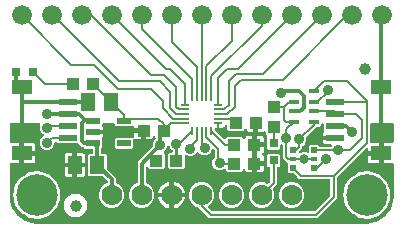
<source format=gbr>
G04 EAGLE Gerber RS-274X export*
G75*
%MOMM*%
%FSLAX34Y34*%
%LPD*%
%INTop Copper*%
%IPPOS*%
%AMOC8*
5,1,8,0,0,1.08239X$1,22.5*%
G01*
%ADD10R,0.700000X0.200000*%
%ADD11R,0.200000X0.700000*%
%ADD12R,1.075000X1.000000*%
%ADD13C,1.676400*%
%ADD14R,0.800000X0.800000*%
%ADD15R,1.000000X1.075000*%
%ADD16C,1.778000*%
%ADD17R,1.240000X1.500000*%
%ADD18R,1.200000X0.550000*%
%ADD19R,0.900000X0.450000*%
%ADD20R,0.500000X0.500000*%
%ADD21R,0.500000X0.400000*%
%ADD22R,1.550000X0.600000*%
%ADD23R,1.800000X1.200000*%
%ADD24C,1.000000*%
%ADD25C,3.516000*%
%ADD26C,0.203200*%
%ADD27C,0.304800*%
%ADD28C,0.889000*%
%ADD29C,0.254000*%
%ADD30C,0.800100*%

G36*
X304844Y1277D02*
X304844Y1277D01*
X304880Y1274D01*
X308297Y1543D01*
X308455Y1578D01*
X308531Y1589D01*
X315031Y3701D01*
X315286Y3826D01*
X315300Y3839D01*
X315314Y3845D01*
X320843Y7863D01*
X321047Y8060D01*
X321056Y8076D01*
X321067Y8087D01*
X325085Y13616D01*
X325218Y13867D01*
X325222Y13886D01*
X325229Y13899D01*
X327341Y20399D01*
X327369Y20559D01*
X327387Y20633D01*
X327656Y24050D01*
X327653Y24095D01*
X327659Y24130D01*
X327659Y51344D01*
X327651Y51402D01*
X327653Y51460D01*
X327631Y51542D01*
X327619Y51626D01*
X327596Y51679D01*
X327581Y51735D01*
X327538Y51808D01*
X327503Y51885D01*
X327465Y51930D01*
X327436Y51980D01*
X327374Y52038D01*
X327320Y52102D01*
X327271Y52134D01*
X327228Y52174D01*
X327153Y52213D01*
X327083Y52260D01*
X327027Y52277D01*
X326975Y52304D01*
X326907Y52315D01*
X326812Y52345D01*
X326712Y52348D01*
X326644Y52359D01*
X319421Y52359D01*
X319421Y59884D01*
X319413Y59942D01*
X319414Y60000D01*
X319393Y60082D01*
X319381Y60165D01*
X319357Y60219D01*
X319343Y60275D01*
X319300Y60348D01*
X319265Y60425D01*
X319227Y60469D01*
X319197Y60520D01*
X319136Y60577D01*
X319081Y60642D01*
X319033Y60674D01*
X318990Y60714D01*
X318915Y60753D01*
X318845Y60799D01*
X318789Y60817D01*
X318737Y60844D01*
X318669Y60855D01*
X318574Y60885D01*
X318474Y60888D01*
X318406Y60899D01*
X317389Y60899D01*
X317389Y60901D01*
X318406Y60901D01*
X318464Y60909D01*
X318522Y60908D01*
X318604Y60929D01*
X318687Y60941D01*
X318741Y60965D01*
X318797Y60979D01*
X318870Y61022D01*
X318947Y61057D01*
X318991Y61095D01*
X319042Y61125D01*
X319099Y61186D01*
X319164Y61241D01*
X319196Y61289D01*
X319236Y61332D01*
X319275Y61407D01*
X319321Y61477D01*
X319339Y61533D01*
X319366Y61585D01*
X319377Y61653D01*
X319407Y61748D01*
X319410Y61848D01*
X319421Y61916D01*
X319421Y69441D01*
X326644Y69441D01*
X326702Y69449D01*
X326760Y69447D01*
X326842Y69469D01*
X326926Y69481D01*
X326979Y69504D01*
X327035Y69519D01*
X327108Y69562D01*
X327185Y69597D01*
X327230Y69635D01*
X327280Y69664D01*
X327338Y69726D01*
X327402Y69780D01*
X327434Y69829D01*
X327474Y69872D01*
X327513Y69947D01*
X327560Y70017D01*
X327577Y70073D01*
X327604Y70125D01*
X327615Y70193D01*
X327645Y70288D01*
X327648Y70388D01*
X327659Y70456D01*
X327659Y85090D01*
X327651Y85148D01*
X327653Y85206D01*
X327631Y85288D01*
X327619Y85371D01*
X327596Y85425D01*
X327581Y85481D01*
X327538Y85554D01*
X327503Y85631D01*
X327465Y85676D01*
X327436Y85726D01*
X327374Y85784D01*
X327320Y85848D01*
X327271Y85880D01*
X327228Y85920D01*
X327153Y85959D01*
X327083Y86005D01*
X327027Y86023D01*
X326975Y86050D01*
X326907Y86061D01*
X326812Y86091D01*
X326712Y86094D01*
X326644Y86105D01*
X308610Y86105D01*
X308552Y86097D01*
X308494Y86099D01*
X308412Y86077D01*
X308328Y86065D01*
X308275Y86041D01*
X308219Y86027D01*
X308146Y85984D01*
X308069Y85949D01*
X308024Y85911D01*
X307974Y85881D01*
X307916Y85820D01*
X307852Y85765D01*
X307820Y85717D01*
X307780Y85674D01*
X307741Y85599D01*
X307694Y85529D01*
X307677Y85473D01*
X307650Y85421D01*
X307639Y85353D01*
X307609Y85258D01*
X307606Y85158D01*
X307595Y85090D01*
X307595Y70456D01*
X307603Y70398D01*
X307601Y70340D01*
X307623Y70258D01*
X307635Y70174D01*
X307658Y70121D01*
X307673Y70065D01*
X307716Y69992D01*
X307751Y69915D01*
X307789Y69870D01*
X307818Y69820D01*
X307880Y69762D01*
X307934Y69698D01*
X307983Y69666D01*
X308026Y69626D01*
X308101Y69587D01*
X308171Y69540D01*
X308227Y69523D01*
X308279Y69496D01*
X308347Y69485D01*
X308442Y69455D01*
X308542Y69452D01*
X308610Y69441D01*
X315359Y69441D01*
X315359Y62931D01*
X305849Y62931D01*
X305849Y64496D01*
X305845Y64525D01*
X305848Y64554D01*
X305825Y64665D01*
X305809Y64777D01*
X305797Y64804D01*
X305792Y64833D01*
X305740Y64933D01*
X305693Y65037D01*
X305674Y65059D01*
X305661Y65085D01*
X305583Y65167D01*
X305510Y65254D01*
X305485Y65270D01*
X305465Y65291D01*
X305367Y65349D01*
X305273Y65411D01*
X305245Y65420D01*
X305220Y65435D01*
X305110Y65463D01*
X305002Y65497D01*
X304972Y65498D01*
X304944Y65505D01*
X304831Y65502D01*
X304718Y65504D01*
X304689Y65497D01*
X304660Y65496D01*
X304552Y65461D01*
X304443Y65433D01*
X304417Y65418D01*
X304389Y65409D01*
X304326Y65363D01*
X304198Y65287D01*
X304155Y65242D01*
X304116Y65214D01*
X279952Y41050D01*
X279900Y40980D01*
X279840Y40916D01*
X279814Y40867D01*
X279781Y40823D01*
X279750Y40741D01*
X279710Y40663D01*
X279702Y40615D01*
X279680Y40557D01*
X279668Y40409D01*
X279655Y40332D01*
X279655Y22972D01*
X262778Y6095D01*
X171562Y6095D01*
X163033Y14625D01*
X163008Y14643D01*
X162988Y14667D01*
X162921Y14709D01*
X162806Y14796D01*
X162745Y14819D01*
X162703Y14845D01*
X159057Y16356D01*
X156056Y19357D01*
X154431Y23278D01*
X154431Y27522D01*
X156056Y31443D01*
X159057Y34444D01*
X162978Y36069D01*
X167222Y36069D01*
X171143Y34444D01*
X174144Y31443D01*
X175769Y27522D01*
X175769Y23278D01*
X174144Y19357D01*
X171129Y16341D01*
X171079Y16311D01*
X170977Y16258D01*
X170957Y16239D01*
X170933Y16225D01*
X170854Y16142D01*
X170771Y16063D01*
X170757Y16039D01*
X170738Y16019D01*
X170685Y15917D01*
X170627Y15817D01*
X170620Y15791D01*
X170608Y15766D01*
X170585Y15653D01*
X170557Y15542D01*
X170558Y15514D01*
X170553Y15487D01*
X170562Y15372D01*
X170566Y15258D01*
X170575Y15231D01*
X170577Y15204D01*
X170618Y15096D01*
X170654Y14987D01*
X170668Y14967D01*
X170679Y14938D01*
X170840Y14726D01*
X170848Y14714D01*
X173580Y11982D01*
X173650Y11930D01*
X173714Y11870D01*
X173763Y11844D01*
X173807Y11811D01*
X173889Y11780D01*
X173967Y11740D01*
X174015Y11732D01*
X174073Y11710D01*
X174221Y11698D01*
X174298Y11685D01*
X260042Y11685D01*
X260128Y11697D01*
X260216Y11700D01*
X260269Y11717D01*
X260323Y11725D01*
X260403Y11760D01*
X260486Y11787D01*
X260526Y11815D01*
X260583Y11841D01*
X260696Y11937D01*
X260760Y11982D01*
X273768Y24990D01*
X273820Y25060D01*
X273880Y25124D01*
X273906Y25173D01*
X273939Y25217D01*
X273970Y25299D01*
X274010Y25377D01*
X274018Y25425D01*
X274040Y25483D01*
X274052Y25631D01*
X274065Y25708D01*
X274065Y38100D01*
X274057Y38158D01*
X274059Y38216D01*
X274037Y38298D01*
X274025Y38382D01*
X274002Y38435D01*
X273987Y38491D01*
X273944Y38564D01*
X273909Y38641D01*
X273871Y38686D01*
X273842Y38736D01*
X273780Y38794D01*
X273726Y38858D01*
X273677Y38890D01*
X273634Y38930D01*
X273559Y38969D01*
X273489Y39016D01*
X273433Y39033D01*
X273381Y39060D01*
X273313Y39071D01*
X273218Y39101D01*
X273118Y39104D01*
X273050Y39115D01*
X247772Y39115D01*
X245838Y41050D01*
X243084Y43804D01*
X243014Y43856D01*
X242950Y43916D01*
X242901Y43942D01*
X242857Y43975D01*
X242775Y44006D01*
X242697Y44046D01*
X242649Y44054D01*
X242591Y44076D01*
X242443Y44088D01*
X242366Y44101D01*
X239223Y44101D01*
X238181Y45143D01*
X238181Y51825D01*
X238189Y51845D01*
X238191Y51874D01*
X238200Y51902D01*
X238203Y52015D01*
X238212Y52128D01*
X238207Y52157D01*
X238207Y52186D01*
X238179Y52296D01*
X238157Y52407D01*
X238143Y52433D01*
X238135Y52461D01*
X238078Y52558D01*
X238026Y52659D01*
X238005Y52680D01*
X237990Y52706D01*
X237908Y52783D01*
X237830Y52865D01*
X237805Y52880D01*
X237783Y52900D01*
X237682Y52952D01*
X237585Y53009D01*
X237556Y53016D01*
X237530Y53030D01*
X237452Y53043D01*
X237309Y53079D01*
X237246Y53077D01*
X237199Y53085D01*
X237035Y53085D01*
X234060Y56060D01*
X234060Y67403D01*
X234060Y67404D01*
X234060Y67406D01*
X234041Y67541D01*
X234020Y67684D01*
X234020Y67686D01*
X234020Y67687D01*
X233963Y67813D01*
X233904Y67944D01*
X233903Y67945D01*
X233903Y67946D01*
X233815Y68049D01*
X233721Y68161D01*
X233719Y68161D01*
X233718Y68163D01*
X233706Y68170D01*
X233484Y68318D01*
X233455Y68327D01*
X233434Y68341D01*
X233243Y68420D01*
X233132Y68448D01*
X233022Y68483D01*
X232994Y68484D01*
X232967Y68491D01*
X232852Y68488D01*
X232738Y68490D01*
X232711Y68483D01*
X232683Y68483D01*
X232574Y68448D01*
X232463Y68419D01*
X232439Y68405D01*
X232412Y68396D01*
X232317Y68332D01*
X232218Y68273D01*
X232199Y68253D01*
X232176Y68238D01*
X232102Y68150D01*
X232024Y68066D01*
X232011Y68041D01*
X231993Y68020D01*
X231947Y67915D01*
X231894Y67813D01*
X231890Y67788D01*
X231878Y67760D01*
X231841Y67496D01*
X231839Y67482D01*
X231839Y64993D01*
X230797Y63951D01*
X221323Y63951D01*
X220281Y64993D01*
X220281Y74478D01*
X220322Y74517D01*
X220364Y74589D01*
X220415Y74657D01*
X220436Y74711D01*
X220465Y74762D01*
X220486Y74844D01*
X220516Y74922D01*
X220521Y74981D01*
X220535Y75037D01*
X220533Y75122D01*
X220540Y75206D01*
X220528Y75263D01*
X220526Y75322D01*
X220501Y75402D01*
X220484Y75484D01*
X220457Y75536D01*
X220439Y75592D01*
X220399Y75648D01*
X220353Y75737D01*
X220284Y75809D01*
X220244Y75865D01*
X219281Y76828D01*
X219281Y78308D01*
X219276Y78347D01*
X219278Y78386D01*
X219256Y78487D01*
X219241Y78590D01*
X219225Y78625D01*
X219217Y78663D01*
X219168Y78754D01*
X219125Y78849D01*
X219100Y78879D01*
X219081Y78913D01*
X219008Y78987D01*
X218942Y79066D01*
X218909Y79088D01*
X218882Y79116D01*
X218791Y79166D01*
X218705Y79224D01*
X218668Y79235D01*
X218634Y79255D01*
X218533Y79278D01*
X218434Y79309D01*
X218395Y79310D01*
X218357Y79319D01*
X218253Y79314D01*
X218150Y79317D01*
X218112Y79307D01*
X218073Y79305D01*
X218000Y79278D01*
X217875Y79245D01*
X217811Y79207D01*
X217758Y79187D01*
X217421Y78992D01*
X216774Y78819D01*
X213096Y78819D01*
X213096Y85090D01*
X213088Y85148D01*
X213089Y85206D01*
X213068Y85288D01*
X213056Y85371D01*
X213032Y85425D01*
X213018Y85481D01*
X212975Y85554D01*
X212940Y85631D01*
X212902Y85676D01*
X212872Y85726D01*
X212811Y85784D01*
X212756Y85848D01*
X212708Y85880D01*
X212665Y85920D01*
X212590Y85959D01*
X212520Y86005D01*
X212464Y86023D01*
X212412Y86050D01*
X212344Y86061D01*
X212249Y86091D01*
X212149Y86094D01*
X212081Y86105D01*
X210049Y86105D01*
X209991Y86097D01*
X209933Y86099D01*
X209851Y86077D01*
X209768Y86065D01*
X209714Y86041D01*
X209658Y86027D01*
X209585Y85984D01*
X209508Y85949D01*
X209463Y85911D01*
X209413Y85881D01*
X209355Y85820D01*
X209291Y85765D01*
X209259Y85717D01*
X209219Y85674D01*
X209180Y85599D01*
X209134Y85529D01*
X209116Y85473D01*
X209089Y85421D01*
X209078Y85353D01*
X209048Y85258D01*
X209045Y85158D01*
X209034Y85090D01*
X209034Y78819D01*
X205356Y78819D01*
X204709Y78992D01*
X204130Y79327D01*
X203657Y79800D01*
X203322Y80379D01*
X203215Y80782D01*
X203211Y80791D01*
X203209Y80800D01*
X203155Y80921D01*
X203103Y81043D01*
X203097Y81051D01*
X203093Y81060D01*
X203008Y81161D01*
X202924Y81264D01*
X202916Y81269D01*
X202909Y81277D01*
X202799Y81350D01*
X202690Y81426D01*
X202681Y81429D01*
X202673Y81434D01*
X202546Y81474D01*
X202421Y81517D01*
X202411Y81517D01*
X202402Y81520D01*
X202269Y81524D01*
X202137Y81529D01*
X202127Y81527D01*
X202118Y81527D01*
X201990Y81494D01*
X201861Y81463D01*
X201852Y81458D01*
X201843Y81456D01*
X201729Y81388D01*
X201613Y81322D01*
X201607Y81315D01*
X201598Y81310D01*
X201507Y81213D01*
X201415Y81119D01*
X201410Y81110D01*
X201404Y81103D01*
X201343Y80984D01*
X201281Y80868D01*
X201279Y80859D01*
X201274Y80850D01*
X201265Y80794D01*
X201231Y80635D01*
X200177Y79581D01*
X187953Y79581D01*
X186911Y80623D01*
X186911Y83577D01*
X186909Y83596D01*
X186911Y83616D01*
X186889Y83737D01*
X186871Y83858D01*
X186863Y83876D01*
X186860Y83896D01*
X186805Y84006D01*
X186755Y84118D01*
X186743Y84133D01*
X186734Y84150D01*
X186651Y84241D01*
X186572Y84335D01*
X186555Y84346D01*
X186542Y84360D01*
X186437Y84424D01*
X186335Y84492D01*
X186316Y84498D01*
X186300Y84509D01*
X186181Y84541D01*
X186064Y84578D01*
X186044Y84579D01*
X186025Y84584D01*
X185903Y84582D01*
X185780Y84585D01*
X185761Y84581D01*
X185741Y84580D01*
X185623Y84545D01*
X185505Y84514D01*
X185488Y84504D01*
X185469Y84498D01*
X185366Y84431D01*
X185260Y84368D01*
X185247Y84354D01*
X185230Y84344D01*
X185184Y84287D01*
X185066Y84161D01*
X185042Y84116D01*
X185017Y84085D01*
X184633Y83420D01*
X184160Y82947D01*
X183581Y82612D01*
X182934Y82439D01*
X180115Y82439D01*
X180115Y85090D01*
X180107Y85148D01*
X180109Y85206D01*
X180087Y85288D01*
X180076Y85371D01*
X180052Y85425D01*
X180037Y85481D01*
X179994Y85554D01*
X179959Y85631D01*
X179922Y85676D01*
X179892Y85726D01*
X179830Y85784D01*
X179776Y85848D01*
X179727Y85880D01*
X179684Y85920D01*
X179609Y85959D01*
X179539Y86005D01*
X179483Y86023D01*
X179431Y86050D01*
X179363Y86061D01*
X179268Y86091D01*
X179168Y86094D01*
X179100Y86105D01*
X179042Y86097D01*
X178984Y86099D01*
X178983Y86099D01*
X178902Y86077D01*
X178818Y86065D01*
X178765Y86041D01*
X178708Y86027D01*
X178636Y85984D01*
X178559Y85949D01*
X178514Y85911D01*
X178464Y85881D01*
X178406Y85820D01*
X178342Y85765D01*
X178310Y85717D01*
X178269Y85674D01*
X178231Y85599D01*
X178184Y85529D01*
X178167Y85473D01*
X178140Y85421D01*
X178129Y85353D01*
X178099Y85258D01*
X178096Y85158D01*
X178085Y85090D01*
X178085Y82439D01*
X177044Y82439D01*
X177015Y82435D01*
X176986Y82438D01*
X176875Y82415D01*
X176763Y82399D01*
X176736Y82387D01*
X176707Y82382D01*
X176607Y82330D01*
X176503Y82283D01*
X176481Y82264D01*
X176455Y82251D01*
X176373Y82173D01*
X176286Y82100D01*
X176270Y82075D01*
X176249Y82055D01*
X176191Y81957D01*
X176129Y81863D01*
X176120Y81835D01*
X176105Y81810D01*
X176077Y81700D01*
X176043Y81592D01*
X176042Y81562D01*
X176035Y81534D01*
X176038Y81421D01*
X176036Y81308D01*
X176043Y81279D01*
X176044Y81250D01*
X176079Y81142D01*
X176107Y81033D01*
X176122Y81007D01*
X176131Y80979D01*
X176177Y80916D01*
X176253Y80788D01*
X176298Y80745D01*
X176326Y80706D01*
X183908Y73124D01*
X183932Y73107D01*
X183951Y73084D01*
X184045Y73021D01*
X184135Y72953D01*
X184163Y72943D01*
X184187Y72927D01*
X184295Y72892D01*
X184401Y72852D01*
X184430Y72850D01*
X184458Y72841D01*
X184572Y72838D01*
X184684Y72829D01*
X184713Y72834D01*
X184742Y72834D01*
X184852Y72862D01*
X184963Y72884D01*
X184989Y72898D01*
X185017Y72905D01*
X185115Y72963D01*
X185215Y73015D01*
X185237Y73036D01*
X185262Y73051D01*
X185339Y73133D01*
X185421Y73211D01*
X185436Y73237D01*
X185456Y73258D01*
X185508Y73359D01*
X185565Y73456D01*
X185572Y73485D01*
X185586Y73511D01*
X185599Y73588D01*
X185616Y73657D01*
X186683Y74724D01*
X198907Y74724D01*
X199965Y73665D01*
X199970Y73635D01*
X199989Y73505D01*
X199993Y73496D01*
X199994Y73486D01*
X200051Y73366D01*
X200105Y73245D01*
X200111Y73238D01*
X200115Y73229D01*
X200203Y73129D01*
X200288Y73028D01*
X200297Y73023D01*
X200303Y73015D01*
X200415Y72944D01*
X200525Y72871D01*
X200534Y72868D01*
X200543Y72862D01*
X200670Y72825D01*
X200796Y72785D01*
X200806Y72785D01*
X200815Y72782D01*
X200948Y72781D01*
X201080Y72778D01*
X201090Y72780D01*
X201100Y72780D01*
X201228Y72816D01*
X201355Y72849D01*
X201364Y72854D01*
X201373Y72857D01*
X201486Y72927D01*
X201600Y72995D01*
X201607Y73002D01*
X201615Y73007D01*
X201703Y73105D01*
X201794Y73202D01*
X201799Y73211D01*
X201805Y73218D01*
X201829Y73269D01*
X201924Y73455D01*
X201930Y73491D01*
X201945Y73523D01*
X202052Y73926D01*
X202387Y74505D01*
X202860Y74978D01*
X203439Y75313D01*
X204086Y75486D01*
X207764Y75486D01*
X207764Y68961D01*
X207772Y68903D01*
X207770Y68845D01*
X207792Y68763D01*
X207804Y68680D01*
X207828Y68626D01*
X207842Y68570D01*
X207885Y68497D01*
X207920Y68420D01*
X207958Y68376D01*
X207988Y68325D01*
X208049Y68268D01*
X208104Y68203D01*
X208152Y68171D01*
X208195Y68131D01*
X208270Y68092D01*
X208340Y68046D01*
X208396Y68028D01*
X208448Y68001D01*
X208516Y67990D01*
X208611Y67960D01*
X208711Y67957D01*
X208779Y67946D01*
X209796Y67946D01*
X209796Y67944D01*
X208779Y67944D01*
X208721Y67936D01*
X208663Y67937D01*
X208581Y67916D01*
X208498Y67904D01*
X208444Y67880D01*
X208388Y67866D01*
X208315Y67823D01*
X208238Y67788D01*
X208193Y67750D01*
X208143Y67720D01*
X208085Y67659D01*
X208021Y67604D01*
X207989Y67556D01*
X207949Y67513D01*
X207910Y67438D01*
X207864Y67368D01*
X207846Y67312D01*
X207819Y67260D01*
X207808Y67192D01*
X207778Y67097D01*
X207775Y66997D01*
X207764Y66929D01*
X207764Y53086D01*
X207772Y53028D01*
X207770Y52970D01*
X207792Y52888D01*
X207804Y52805D01*
X207828Y52751D01*
X207842Y52695D01*
X207885Y52622D01*
X207920Y52545D01*
X207958Y52501D01*
X207988Y52450D01*
X208049Y52393D01*
X208104Y52328D01*
X208152Y52296D01*
X208195Y52256D01*
X208270Y52217D01*
X208340Y52171D01*
X208396Y52153D01*
X208448Y52126D01*
X208516Y52115D01*
X208611Y52085D01*
X208711Y52082D01*
X208779Y52071D01*
X209796Y52071D01*
X209796Y52069D01*
X208779Y52069D01*
X208721Y52061D01*
X208663Y52062D01*
X208581Y52041D01*
X208498Y52029D01*
X208444Y52005D01*
X208388Y51991D01*
X208315Y51948D01*
X208238Y51913D01*
X208193Y51875D01*
X208143Y51845D01*
X208085Y51784D01*
X208021Y51729D01*
X207989Y51681D01*
X207949Y51638D01*
X207910Y51563D01*
X207864Y51493D01*
X207846Y51437D01*
X207819Y51385D01*
X207808Y51317D01*
X207778Y51222D01*
X207775Y51122D01*
X207764Y51054D01*
X207764Y44529D01*
X204086Y44529D01*
X203439Y44702D01*
X202860Y45037D01*
X202387Y45510D01*
X202052Y46089D01*
X201945Y46492D01*
X201941Y46501D01*
X201939Y46510D01*
X201885Y46631D01*
X201833Y46753D01*
X201827Y46761D01*
X201823Y46770D01*
X201738Y46871D01*
X201654Y46974D01*
X201646Y46979D01*
X201639Y46987D01*
X201529Y47060D01*
X201420Y47136D01*
X201411Y47139D01*
X201403Y47144D01*
X201276Y47184D01*
X201151Y47227D01*
X201141Y47227D01*
X201132Y47230D01*
X200999Y47234D01*
X200867Y47239D01*
X200857Y47237D01*
X200848Y47237D01*
X200720Y47204D01*
X200591Y47173D01*
X200582Y47168D01*
X200573Y47166D01*
X200459Y47098D01*
X200343Y47032D01*
X200337Y47025D01*
X200328Y47020D01*
X200237Y46923D01*
X200145Y46829D01*
X200140Y46820D01*
X200134Y46813D01*
X200073Y46694D01*
X200011Y46578D01*
X200009Y46569D01*
X200004Y46560D01*
X199995Y46504D01*
X199961Y46345D01*
X198907Y45291D01*
X186683Y45291D01*
X185641Y46333D01*
X185641Y46754D01*
X185637Y46783D01*
X185640Y46812D01*
X185617Y46923D01*
X185601Y47035D01*
X185589Y47062D01*
X185584Y47091D01*
X185531Y47191D01*
X185485Y47294D01*
X185466Y47317D01*
X185453Y47343D01*
X185375Y47425D01*
X185302Y47511D01*
X185277Y47528D01*
X185257Y47549D01*
X185159Y47606D01*
X185065Y47669D01*
X185037Y47678D01*
X185012Y47693D01*
X184902Y47721D01*
X184794Y47755D01*
X184765Y47756D01*
X184736Y47763D01*
X184623Y47759D01*
X184510Y47762D01*
X184481Y47755D01*
X184452Y47754D01*
X184344Y47719D01*
X184235Y47690D01*
X184209Y47675D01*
X184181Y47666D01*
X184117Y47621D01*
X183990Y47545D01*
X183947Y47499D01*
X183908Y47471D01*
X183865Y47429D01*
X181578Y46481D01*
X179102Y46481D01*
X176814Y47429D01*
X175064Y49179D01*
X174116Y51467D01*
X174116Y53943D01*
X175064Y56231D01*
X176168Y57335D01*
X176220Y57404D01*
X176280Y57468D01*
X176306Y57518D01*
X176339Y57562D01*
X176370Y57643D01*
X176410Y57721D01*
X176418Y57769D01*
X176440Y57827D01*
X176451Y57955D01*
X176451Y57957D01*
X176452Y57966D01*
X176452Y57975D01*
X176465Y58052D01*
X176465Y63162D01*
X176453Y63248D01*
X176450Y63336D01*
X176433Y63389D01*
X176425Y63443D01*
X176390Y63523D01*
X176363Y63606D01*
X176335Y63646D01*
X176309Y63703D01*
X176218Y63810D01*
X176202Y63837D01*
X176191Y63848D01*
X176168Y63880D01*
X175529Y64519D01*
X175437Y64588D01*
X175349Y64662D01*
X175324Y64673D01*
X175302Y64690D01*
X175195Y64730D01*
X175089Y64777D01*
X175062Y64781D01*
X175036Y64791D01*
X174922Y64800D01*
X174808Y64816D01*
X174780Y64812D01*
X174753Y64814D01*
X174640Y64792D01*
X174526Y64775D01*
X174501Y64764D01*
X174474Y64759D01*
X174372Y64706D01*
X174267Y64658D01*
X174246Y64640D01*
X174222Y64628D01*
X174138Y64549D01*
X174051Y64474D01*
X174038Y64453D01*
X174016Y64432D01*
X173881Y64202D01*
X173873Y64189D01*
X172916Y61880D01*
X171166Y60129D01*
X168878Y59181D01*
X166402Y59181D01*
X164115Y60129D01*
X162466Y61778D01*
X162374Y61847D01*
X162286Y61921D01*
X162261Y61932D01*
X162238Y61949D01*
X162131Y61990D01*
X162026Y62036D01*
X161999Y62040D01*
X161973Y62050D01*
X161858Y62059D01*
X161744Y62075D01*
X161717Y62071D01*
X161689Y62073D01*
X161577Y62051D01*
X161463Y62034D01*
X161438Y62023D01*
X161411Y62018D01*
X161309Y61965D01*
X161204Y61917D01*
X161183Y61899D01*
X161158Y61887D01*
X161075Y61808D01*
X160988Y61733D01*
X160974Y61712D01*
X160952Y61691D01*
X160818Y61461D01*
X160810Y61448D01*
X160725Y61244D01*
X158975Y59494D01*
X156687Y58546D01*
X154211Y58546D01*
X152313Y59333D01*
X152201Y59361D01*
X152092Y59396D01*
X152064Y59397D01*
X152037Y59404D01*
X151923Y59400D01*
X151808Y59403D01*
X151781Y59396D01*
X151753Y59395D01*
X151644Y59360D01*
X151533Y59331D01*
X151509Y59317D01*
X151482Y59309D01*
X151387Y59245D01*
X151288Y59186D01*
X151269Y59166D01*
X151246Y59151D01*
X151172Y59063D01*
X151094Y58979D01*
X151081Y58954D01*
X151063Y58933D01*
X151017Y58828D01*
X150964Y58726D01*
X150960Y58701D01*
X150948Y58673D01*
X150911Y58409D01*
X150909Y58395D01*
X150909Y48873D01*
X149867Y47831D01*
X137643Y47831D01*
X136601Y48873D01*
X136601Y60347D01*
X137643Y61389D01*
X139701Y61389D01*
X139759Y61397D01*
X139817Y61395D01*
X139899Y61417D01*
X139983Y61429D01*
X140036Y61452D01*
X140092Y61467D01*
X140165Y61510D01*
X140242Y61545D01*
X140287Y61583D01*
X140337Y61612D01*
X140395Y61674D01*
X140459Y61728D01*
X140491Y61777D01*
X140531Y61820D01*
X140570Y61895D01*
X140617Y61965D01*
X140634Y62021D01*
X140661Y62073D01*
X140672Y62141D01*
X140702Y62236D01*
X140705Y62336D01*
X140716Y62404D01*
X140716Y62683D01*
X140716Y62685D01*
X140716Y62687D01*
X140696Y62826D01*
X140676Y62964D01*
X140676Y62966D01*
X140675Y62968D01*
X140618Y63095D01*
X140560Y63224D01*
X140559Y63225D01*
X140558Y63227D01*
X140466Y63335D01*
X140377Y63441D01*
X140375Y63442D01*
X140374Y63443D01*
X140359Y63453D01*
X140319Y63479D01*
X138489Y65310D01*
X137962Y66581D01*
X137918Y66655D01*
X137883Y66734D01*
X137846Y66777D01*
X137817Y66826D01*
X137755Y66885D01*
X137699Y66951D01*
X137652Y66982D01*
X137611Y67021D01*
X137534Y67061D01*
X137463Y67108D01*
X137409Y67126D01*
X137358Y67152D01*
X137274Y67168D01*
X137192Y67194D01*
X137135Y67196D01*
X137079Y67207D01*
X136994Y67199D01*
X136908Y67201D01*
X136853Y67187D01*
X136796Y67182D01*
X136715Y67151D01*
X136633Y67130D01*
X136584Y67101D01*
X136531Y67080D01*
X136462Y67028D01*
X136388Y66984D01*
X136349Y66943D01*
X136304Y66909D01*
X136252Y66840D01*
X136194Y66777D01*
X136168Y66726D01*
X136134Y66681D01*
X136103Y66601D01*
X136064Y66524D01*
X136056Y66475D01*
X136033Y66415D01*
X136029Y66367D01*
X135061Y64030D01*
X133361Y62330D01*
X133326Y62283D01*
X133284Y62243D01*
X133241Y62170D01*
X133191Y62103D01*
X133170Y62048D01*
X133140Y61998D01*
X133119Y61916D01*
X133089Y61837D01*
X133085Y61779D01*
X133070Y61722D01*
X133073Y61638D01*
X133066Y61554D01*
X133077Y61496D01*
X133079Y61438D01*
X133105Y61358D01*
X133122Y61275D01*
X133149Y61223D01*
X133167Y61167D01*
X133207Y61111D01*
X133253Y61023D01*
X133321Y60950D01*
X133361Y60894D01*
X133909Y60347D01*
X133909Y48873D01*
X132867Y47831D01*
X120643Y47831D01*
X119336Y49139D01*
X119312Y49156D01*
X119293Y49179D01*
X119199Y49241D01*
X119109Y49310D01*
X119081Y49320D01*
X119057Y49336D01*
X118949Y49370D01*
X118843Y49411D01*
X118814Y49413D01*
X118786Y49422D01*
X118672Y49425D01*
X118560Y49434D01*
X118531Y49429D01*
X118502Y49429D01*
X118392Y49401D01*
X118281Y49378D01*
X118255Y49365D01*
X118227Y49357D01*
X118129Y49300D01*
X118029Y49247D01*
X118007Y49227D01*
X117982Y49212D01*
X117905Y49130D01*
X117823Y49052D01*
X117808Y49026D01*
X117788Y49005D01*
X117736Y48904D01*
X117679Y48806D01*
X117672Y48778D01*
X117658Y48752D01*
X117645Y48674D01*
X117609Y48531D01*
X117611Y48468D01*
X117603Y48421D01*
X117603Y36258D01*
X117603Y36257D01*
X117603Y36255D01*
X117624Y36109D01*
X117643Y35977D01*
X117643Y35975D01*
X117643Y35974D01*
X117700Y35848D01*
X117759Y35717D01*
X117760Y35716D01*
X117761Y35715D01*
X117852Y35607D01*
X117942Y35500D01*
X117944Y35499D01*
X117945Y35498D01*
X117958Y35490D01*
X118179Y35343D01*
X118208Y35333D01*
X118229Y35320D01*
X120343Y34444D01*
X123344Y31443D01*
X124969Y27522D01*
X124969Y23278D01*
X123344Y19357D01*
X120343Y16356D01*
X116422Y14731D01*
X112178Y14731D01*
X108257Y16356D01*
X105256Y19357D01*
X103631Y23278D01*
X103631Y27522D01*
X105256Y31443D01*
X108257Y34444D01*
X110371Y35320D01*
X110372Y35321D01*
X110373Y35321D01*
X110492Y35392D01*
X110615Y35465D01*
X110616Y35466D01*
X110618Y35467D01*
X110715Y35571D01*
X110811Y35671D01*
X110811Y35673D01*
X110812Y35674D01*
X110877Y35800D01*
X110941Y35924D01*
X110941Y35926D01*
X110942Y35927D01*
X110944Y35942D01*
X110996Y36203D01*
X110993Y36233D01*
X110997Y36258D01*
X110997Y53438D01*
X113229Y55670D01*
X119897Y62338D01*
X123264Y65705D01*
X123316Y65774D01*
X123376Y65838D01*
X123402Y65888D01*
X123435Y65932D01*
X123466Y66014D01*
X123506Y66092D01*
X123514Y66139D01*
X123536Y66198D01*
X123548Y66345D01*
X123561Y66423D01*
X123561Y68793D01*
X124509Y71080D01*
X126036Y72608D01*
X126071Y72654D01*
X126114Y72695D01*
X126156Y72767D01*
X126207Y72835D01*
X126228Y72889D01*
X126257Y72940D01*
X126278Y73022D01*
X126308Y73101D01*
X126313Y73159D01*
X126327Y73216D01*
X126325Y73300D01*
X126332Y73384D01*
X126320Y73441D01*
X126318Y73500D01*
X126292Y73580D01*
X126276Y73663D01*
X126249Y73714D01*
X126231Y73770D01*
X126191Y73826D01*
X126145Y73915D01*
X126094Y73968D01*
X126082Y73989D01*
X126060Y74009D01*
X126036Y74043D01*
X125790Y74290D01*
X125785Y74320D01*
X125766Y74450D01*
X125762Y74459D01*
X125761Y74469D01*
X125704Y74589D01*
X125650Y74710D01*
X125644Y74717D01*
X125640Y74726D01*
X125552Y74825D01*
X125467Y74927D01*
X125458Y74932D01*
X125452Y74940D01*
X125340Y75011D01*
X125230Y75084D01*
X125221Y75087D01*
X125212Y75093D01*
X125085Y75130D01*
X124959Y75170D01*
X124949Y75170D01*
X124940Y75173D01*
X124807Y75174D01*
X124675Y75177D01*
X124665Y75175D01*
X124655Y75175D01*
X124527Y75139D01*
X124400Y75106D01*
X124391Y75101D01*
X124382Y75098D01*
X124269Y75028D01*
X124155Y74960D01*
X124148Y74953D01*
X124140Y74948D01*
X124052Y74850D01*
X123961Y74753D01*
X123956Y74744D01*
X123950Y74737D01*
X123926Y74686D01*
X123831Y74500D01*
X123825Y74464D01*
X123810Y74432D01*
X123703Y74029D01*
X123368Y73450D01*
X122895Y72977D01*
X122316Y72642D01*
X121669Y72469D01*
X117991Y72469D01*
X117991Y78994D01*
X117983Y79052D01*
X117984Y79110D01*
X117963Y79192D01*
X117951Y79275D01*
X117927Y79329D01*
X117913Y79385D01*
X117870Y79458D01*
X117835Y79535D01*
X117797Y79579D01*
X117767Y79630D01*
X117706Y79687D01*
X117651Y79752D01*
X117603Y79784D01*
X117560Y79824D01*
X117485Y79863D01*
X117415Y79909D01*
X117359Y79927D01*
X117307Y79954D01*
X117239Y79965D01*
X117144Y79995D01*
X117044Y79998D01*
X116976Y80009D01*
X115959Y80009D01*
X115959Y81026D01*
X115951Y81084D01*
X115952Y81142D01*
X115931Y81224D01*
X115919Y81307D01*
X115895Y81361D01*
X115881Y81417D01*
X115838Y81490D01*
X115803Y81567D01*
X115765Y81611D01*
X115735Y81662D01*
X115674Y81719D01*
X115619Y81784D01*
X115571Y81816D01*
X115528Y81856D01*
X115453Y81895D01*
X115383Y81941D01*
X115327Y81959D01*
X115275Y81986D01*
X115207Y81997D01*
X115112Y82027D01*
X115012Y82030D01*
X114944Y82041D01*
X108044Y82041D01*
X108044Y83207D01*
X108040Y83236D01*
X108043Y83265D01*
X108020Y83376D01*
X108004Y83488D01*
X107992Y83515D01*
X107987Y83544D01*
X107934Y83644D01*
X107888Y83748D01*
X107869Y83770D01*
X107856Y83796D01*
X107778Y83878D01*
X107705Y83965D01*
X107680Y83981D01*
X107660Y84002D01*
X107562Y84059D01*
X107468Y84122D01*
X107440Y84131D01*
X107415Y84146D01*
X107305Y84174D01*
X107197Y84208D01*
X107167Y84209D01*
X107139Y84216D01*
X107026Y84212D01*
X106913Y84215D01*
X106884Y84208D01*
X106855Y84207D01*
X106747Y84172D01*
X106638Y84143D01*
X106612Y84129D01*
X106584Y84119D01*
X106520Y84074D01*
X106393Y83998D01*
X106350Y83953D01*
X106311Y83925D01*
X106098Y83711D01*
X92624Y83711D01*
X91582Y84753D01*
X91582Y85090D01*
X91574Y85148D01*
X91576Y85206D01*
X91554Y85288D01*
X91542Y85371D01*
X91519Y85425D01*
X91504Y85481D01*
X91461Y85554D01*
X91426Y85631D01*
X91388Y85676D01*
X91359Y85726D01*
X91297Y85784D01*
X91243Y85848D01*
X91194Y85880D01*
X91151Y85920D01*
X91076Y85959D01*
X91006Y86005D01*
X90950Y86023D01*
X90898Y86050D01*
X90830Y86061D01*
X90735Y86091D01*
X90635Y86094D01*
X90567Y86105D01*
X82153Y86105D01*
X82095Y86097D01*
X82037Y86099D01*
X81955Y86077D01*
X81871Y86065D01*
X81818Y86041D01*
X81762Y86027D01*
X81689Y85984D01*
X81612Y85949D01*
X81567Y85911D01*
X81517Y85881D01*
X81459Y85820D01*
X81395Y85765D01*
X81363Y85717D01*
X81323Y85674D01*
X81284Y85599D01*
X81237Y85529D01*
X81220Y85473D01*
X81193Y85421D01*
X81182Y85353D01*
X81152Y85258D01*
X81149Y85158D01*
X81138Y85090D01*
X81138Y84753D01*
X81131Y84747D01*
X81096Y84700D01*
X81054Y84660D01*
X81011Y84587D01*
X80960Y84520D01*
X80940Y84465D01*
X80910Y84414D01*
X80889Y84333D01*
X80859Y84254D01*
X80854Y84196D01*
X80840Y84139D01*
X80842Y84055D01*
X80835Y83971D01*
X80847Y83913D01*
X80849Y83855D01*
X80875Y83774D01*
X80891Y83692D01*
X80918Y83640D01*
X80936Y83584D01*
X80976Y83528D01*
X81022Y83440D01*
X81091Y83367D01*
X81131Y83311D01*
X81392Y83050D01*
X81727Y82471D01*
X81900Y81824D01*
X81900Y80114D01*
X73718Y80114D01*
X73660Y80106D01*
X73602Y80108D01*
X73520Y80086D01*
X73437Y80074D01*
X73383Y80051D01*
X73327Y80036D01*
X73254Y79993D01*
X73177Y79958D01*
X73133Y79920D01*
X73082Y79891D01*
X73025Y79829D01*
X72960Y79775D01*
X72928Y79726D01*
X72888Y79683D01*
X72849Y79608D01*
X72803Y79538D01*
X72785Y79482D01*
X72758Y79430D01*
X72747Y79362D01*
X72717Y79267D01*
X72714Y79167D01*
X72703Y79099D01*
X72703Y78381D01*
X72710Y78331D01*
X72710Y78313D01*
X72711Y78309D01*
X72710Y78265D01*
X72731Y78183D01*
X72743Y78099D01*
X72767Y78046D01*
X72781Y77990D01*
X72825Y77917D01*
X72859Y77840D01*
X72897Y77795D01*
X72927Y77745D01*
X72988Y77687D01*
X73043Y77623D01*
X73091Y77591D01*
X73134Y77551D01*
X73209Y77512D01*
X73279Y77465D01*
X73335Y77448D01*
X73387Y77421D01*
X73455Y77410D01*
X73550Y77380D01*
X73650Y77377D01*
X73718Y77366D01*
X81900Y77366D01*
X81900Y75656D01*
X81727Y75009D01*
X81392Y74430D01*
X81131Y74169D01*
X81096Y74122D01*
X81054Y74082D01*
X81011Y74009D01*
X80960Y73942D01*
X80939Y73887D01*
X80910Y73837D01*
X80889Y73755D01*
X80859Y73676D01*
X80854Y73618D01*
X80840Y73561D01*
X80842Y73477D01*
X80835Y73393D01*
X80847Y73336D01*
X80849Y73277D01*
X80875Y73197D01*
X80891Y73114D01*
X80918Y73062D01*
X80936Y73007D01*
X80976Y72950D01*
X81022Y72862D01*
X81091Y72790D01*
X81131Y72733D01*
X81138Y72727D01*
X81138Y65753D01*
X80410Y65026D01*
X80358Y64956D01*
X80298Y64892D01*
X80272Y64842D01*
X80239Y64798D01*
X80208Y64717D01*
X80168Y64639D01*
X80160Y64591D01*
X80138Y64533D01*
X80126Y64385D01*
X80113Y64308D01*
X80113Y61094D01*
X80121Y61036D01*
X80119Y60978D01*
X80141Y60896D01*
X80153Y60812D01*
X80176Y60759D01*
X80191Y60703D01*
X80234Y60630D01*
X80269Y60553D01*
X80307Y60508D01*
X80336Y60458D01*
X80398Y60400D01*
X80452Y60336D01*
X80501Y60304D01*
X80544Y60264D01*
X80619Y60225D01*
X80689Y60178D01*
X80745Y60161D01*
X80797Y60134D01*
X80865Y60123D01*
X80960Y60093D01*
X81060Y60090D01*
X81128Y60079D01*
X83747Y60079D01*
X84789Y59037D01*
X84789Y47913D01*
X84796Y47864D01*
X84795Y47856D01*
X84798Y47845D01*
X84801Y47826D01*
X84804Y47739D01*
X84821Y47686D01*
X84829Y47631D01*
X84864Y47551D01*
X84891Y47468D01*
X84919Y47429D01*
X84945Y47372D01*
X85041Y47258D01*
X85086Y47195D01*
X92203Y40078D01*
X92203Y36258D01*
X92203Y36257D01*
X92203Y36255D01*
X92224Y36109D01*
X92243Y35977D01*
X92243Y35975D01*
X92243Y35974D01*
X92300Y35848D01*
X92359Y35717D01*
X92360Y35716D01*
X92361Y35715D01*
X92452Y35607D01*
X92542Y35500D01*
X92544Y35499D01*
X92545Y35498D01*
X92558Y35490D01*
X92779Y35343D01*
X92808Y35333D01*
X92829Y35320D01*
X94943Y34444D01*
X97944Y31443D01*
X99569Y27522D01*
X99569Y23278D01*
X97944Y19357D01*
X94943Y16356D01*
X91022Y14731D01*
X86778Y14731D01*
X82857Y16356D01*
X79856Y19357D01*
X78231Y23278D01*
X78231Y27522D01*
X79856Y31443D01*
X82857Y34444D01*
X84971Y35320D01*
X84972Y35321D01*
X84973Y35321D01*
X85092Y35392D01*
X85215Y35465D01*
X85216Y35466D01*
X85218Y35467D01*
X85315Y35571D01*
X85411Y35671D01*
X85411Y35673D01*
X85412Y35674D01*
X85477Y35800D01*
X85541Y35924D01*
X85541Y35926D01*
X85542Y35927D01*
X85544Y35942D01*
X85596Y36203D01*
X85593Y36233D01*
X85597Y36258D01*
X85597Y36921D01*
X85585Y37008D01*
X85582Y37095D01*
X85565Y37148D01*
X85557Y37203D01*
X85522Y37283D01*
X85495Y37366D01*
X85467Y37405D01*
X85441Y37462D01*
X85345Y37575D01*
X85300Y37639D01*
X81715Y41224D01*
X81645Y41276D01*
X81582Y41336D01*
X81532Y41362D01*
X81488Y41395D01*
X81406Y41426D01*
X81329Y41466D01*
X81281Y41474D01*
X81222Y41496D01*
X81075Y41508D01*
X80997Y41521D01*
X69873Y41521D01*
X68831Y42563D01*
X68831Y59037D01*
X69873Y60079D01*
X72492Y60079D01*
X72550Y60087D01*
X72608Y60085D01*
X72690Y60107D01*
X72774Y60119D01*
X72827Y60142D01*
X72883Y60157D01*
X72956Y60200D01*
X73033Y60235D01*
X73078Y60273D01*
X73128Y60302D01*
X73186Y60364D01*
X73250Y60418D01*
X73282Y60467D01*
X73322Y60510D01*
X73361Y60585D01*
X73408Y60655D01*
X73425Y60711D01*
X73452Y60763D01*
X73463Y60831D01*
X73493Y60926D01*
X73496Y61026D01*
X73507Y61094D01*
X73507Y63696D01*
X73499Y63754D01*
X73501Y63812D01*
X73479Y63894D01*
X73467Y63978D01*
X73444Y64031D01*
X73429Y64087D01*
X73386Y64160D01*
X73351Y64237D01*
X73313Y64282D01*
X73284Y64332D01*
X73222Y64390D01*
X73168Y64454D01*
X73119Y64486D01*
X73076Y64526D01*
X73001Y64565D01*
X72931Y64612D01*
X72875Y64629D01*
X72823Y64656D01*
X72755Y64667D01*
X72660Y64697D01*
X72560Y64700D01*
X72492Y64711D01*
X66622Y64711D01*
X65694Y65640D01*
X65624Y65692D01*
X65560Y65752D01*
X65510Y65778D01*
X65466Y65811D01*
X65385Y65842D01*
X65307Y65882D01*
X65259Y65890D01*
X65201Y65912D01*
X65053Y65924D01*
X64976Y65937D01*
X64012Y65937D01*
X61125Y68824D01*
X61056Y68876D01*
X60992Y68936D01*
X60942Y68962D01*
X60898Y68995D01*
X60816Y69026D01*
X60738Y69066D01*
X60691Y69074D01*
X60632Y69096D01*
X60485Y69108D01*
X60407Y69121D01*
X43323Y69121D01*
X42247Y70198D01*
X42223Y70215D01*
X42204Y70238D01*
X42110Y70300D01*
X42020Y70369D01*
X41992Y70379D01*
X41968Y70395D01*
X41860Y70429D01*
X41754Y70470D01*
X41725Y70472D01*
X41697Y70481D01*
X41583Y70484D01*
X41471Y70493D01*
X41442Y70488D01*
X41413Y70488D01*
X41303Y70460D01*
X41192Y70437D01*
X41166Y70424D01*
X41138Y70416D01*
X41040Y70359D01*
X40940Y70306D01*
X40918Y70286D01*
X40893Y70271D01*
X40816Y70189D01*
X40734Y70111D01*
X40719Y70085D01*
X40699Y70064D01*
X40647Y69963D01*
X40590Y69865D01*
X40583Y69837D01*
X40569Y69811D01*
X40556Y69733D01*
X40520Y69590D01*
X40522Y69527D01*
X40514Y69480D01*
X40514Y68612D01*
X39566Y66324D01*
X37816Y64574D01*
X35528Y63626D01*
X33052Y63626D01*
X30764Y64574D01*
X29014Y66324D01*
X28066Y68612D01*
X28066Y71088D01*
X29014Y73376D01*
X30765Y75126D01*
X31092Y75262D01*
X31118Y75277D01*
X31146Y75286D01*
X31240Y75349D01*
X31337Y75407D01*
X31357Y75428D01*
X31382Y75444D01*
X31455Y75531D01*
X31532Y75613D01*
X31546Y75639D01*
X31565Y75662D01*
X31611Y75765D01*
X31663Y75866D01*
X31668Y75895D01*
X31680Y75922D01*
X31696Y76034D01*
X31718Y76145D01*
X31715Y76174D01*
X31719Y76203D01*
X31703Y76316D01*
X31693Y76428D01*
X31683Y76455D01*
X31678Y76485D01*
X31632Y76588D01*
X31591Y76693D01*
X31573Y76717D01*
X31561Y76744D01*
X31488Y76830D01*
X31420Y76920D01*
X31396Y76938D01*
X31377Y76960D01*
X31311Y77002D01*
X31192Y77090D01*
X31133Y77112D01*
X31092Y77138D01*
X30764Y77274D01*
X29014Y79024D01*
X28066Y81312D01*
X28066Y83788D01*
X28445Y84701D01*
X28473Y84813D01*
X28508Y84922D01*
X28509Y84950D01*
X28516Y84977D01*
X28512Y85091D01*
X28515Y85206D01*
X28508Y85233D01*
X28507Y85261D01*
X28472Y85370D01*
X28443Y85481D01*
X28429Y85505D01*
X28421Y85532D01*
X28357Y85627D01*
X28298Y85726D01*
X28278Y85745D01*
X28263Y85768D01*
X28175Y85842D01*
X28091Y85920D01*
X28066Y85933D01*
X28045Y85951D01*
X27940Y85997D01*
X27838Y86050D01*
X27813Y86054D01*
X27785Y86066D01*
X27521Y86103D01*
X27507Y86105D01*
X3556Y86105D01*
X3498Y86097D01*
X3440Y86099D01*
X3358Y86077D01*
X3274Y86065D01*
X3221Y86042D01*
X3165Y86027D01*
X3092Y85984D01*
X3015Y85949D01*
X2970Y85911D01*
X2920Y85882D01*
X2862Y85820D01*
X2798Y85766D01*
X2766Y85717D01*
X2726Y85674D01*
X2687Y85599D01*
X2640Y85529D01*
X2623Y85473D01*
X2596Y85421D01*
X2585Y85353D01*
X2555Y85258D01*
X2552Y85158D01*
X2541Y85090D01*
X2541Y70456D01*
X2549Y70398D01*
X2547Y70340D01*
X2569Y70258D01*
X2581Y70174D01*
X2604Y70121D01*
X2619Y70065D01*
X2662Y69992D01*
X2697Y69915D01*
X2735Y69870D01*
X2764Y69820D01*
X2826Y69762D01*
X2880Y69698D01*
X2929Y69666D01*
X2972Y69626D01*
X3047Y69587D01*
X3117Y69540D01*
X3173Y69523D01*
X3225Y69496D01*
X3293Y69485D01*
X3388Y69455D01*
X3488Y69452D01*
X3556Y69441D01*
X10779Y69441D01*
X10779Y61916D01*
X10787Y61858D01*
X10785Y61800D01*
X10807Y61718D01*
X10819Y61635D01*
X10843Y61581D01*
X10857Y61525D01*
X10900Y61452D01*
X10935Y61375D01*
X10973Y61331D01*
X11003Y61280D01*
X11064Y61223D01*
X11119Y61158D01*
X11167Y61126D01*
X11210Y61086D01*
X11285Y61047D01*
X11355Y61001D01*
X11411Y60983D01*
X11463Y60956D01*
X11531Y60945D01*
X11626Y60915D01*
X11726Y60912D01*
X11794Y60901D01*
X12811Y60901D01*
X12811Y60899D01*
X11794Y60899D01*
X11736Y60891D01*
X11678Y60892D01*
X11596Y60871D01*
X11513Y60859D01*
X11459Y60835D01*
X11403Y60821D01*
X11330Y60778D01*
X11253Y60743D01*
X11208Y60705D01*
X11158Y60675D01*
X11100Y60614D01*
X11036Y60559D01*
X11004Y60511D01*
X10964Y60468D01*
X10925Y60393D01*
X10879Y60323D01*
X10861Y60267D01*
X10834Y60215D01*
X10823Y60147D01*
X10793Y60052D01*
X10790Y59952D01*
X10779Y59884D01*
X10779Y52359D01*
X3556Y52359D01*
X3498Y52351D01*
X3440Y52353D01*
X3358Y52331D01*
X3274Y52319D01*
X3221Y52296D01*
X3165Y52281D01*
X3092Y52238D01*
X3015Y52203D01*
X2970Y52165D01*
X2920Y52136D01*
X2862Y52074D01*
X2798Y52020D01*
X2766Y51971D01*
X2726Y51928D01*
X2687Y51853D01*
X2641Y51783D01*
X2623Y51727D01*
X2596Y51675D01*
X2585Y51607D01*
X2555Y51512D01*
X2552Y51412D01*
X2541Y51344D01*
X2541Y24130D01*
X2547Y24086D01*
X2544Y24050D01*
X2813Y20633D01*
X2848Y20475D01*
X2859Y20399D01*
X4971Y13899D01*
X5096Y13644D01*
X5109Y13630D01*
X5115Y13616D01*
X9133Y8087D01*
X9330Y7883D01*
X9346Y7874D01*
X9357Y7863D01*
X14886Y3845D01*
X15137Y3712D01*
X15156Y3708D01*
X15169Y3701D01*
X21669Y1589D01*
X21829Y1561D01*
X21903Y1543D01*
X25320Y1274D01*
X25365Y1277D01*
X25400Y1271D01*
X304800Y1271D01*
X304844Y1277D01*
G37*
%LPC*%
G36*
X298577Y6248D02*
X298577Y6248D01*
X293876Y8962D01*
X293805Y8990D01*
X293767Y9014D01*
X293725Y9049D01*
X291325Y10435D01*
X288547Y14257D01*
X288482Y14325D01*
X288444Y14379D01*
X288383Y14440D01*
X288311Y14561D01*
X288277Y14629D01*
X286403Y17209D01*
X285541Y21264D01*
X285503Y21369D01*
X285486Y21441D01*
X285441Y21549D01*
X285441Y21627D01*
X285434Y21677D01*
X285435Y21692D01*
X285429Y21713D01*
X285422Y21760D01*
X285419Y21838D01*
X284662Y25400D01*
X285419Y28962D01*
X285428Y29096D01*
X285441Y29173D01*
X285441Y29251D01*
X285486Y29359D01*
X285514Y29468D01*
X285541Y29536D01*
X286403Y33591D01*
X288277Y36171D01*
X288353Y36314D01*
X288367Y36336D01*
X288384Y36361D01*
X288444Y36421D01*
X288500Y36496D01*
X288547Y36543D01*
X291325Y40365D01*
X293725Y41751D01*
X293775Y41790D01*
X293823Y41818D01*
X293876Y41838D01*
X298577Y44552D01*
X306905Y45428D01*
X314869Y42840D01*
X321092Y37237D01*
X324498Y29587D01*
X324498Y21213D01*
X321092Y13563D01*
X314869Y7960D01*
X306905Y5372D01*
X298577Y6248D01*
G37*
%LPD*%
%LPC*%
G36*
X19177Y6248D02*
X19177Y6248D01*
X14476Y8962D01*
X14405Y8990D01*
X14367Y9014D01*
X14325Y9049D01*
X11925Y10435D01*
X9147Y14257D01*
X9082Y14325D01*
X9044Y14379D01*
X8983Y14440D01*
X8911Y14561D01*
X8877Y14629D01*
X7003Y17209D01*
X6141Y21264D01*
X6103Y21369D01*
X6086Y21441D01*
X6041Y21549D01*
X6041Y21627D01*
X6034Y21677D01*
X6035Y21692D01*
X6029Y21713D01*
X6022Y21760D01*
X6019Y21838D01*
X5262Y25400D01*
X6019Y28962D01*
X6028Y29096D01*
X6041Y29173D01*
X6041Y29251D01*
X6086Y29359D01*
X6114Y29468D01*
X6141Y29536D01*
X7003Y33591D01*
X8877Y36171D01*
X8953Y36314D01*
X8967Y36336D01*
X8984Y36361D01*
X9044Y36421D01*
X9100Y36496D01*
X9147Y36543D01*
X11925Y40365D01*
X14325Y41751D01*
X14375Y41790D01*
X14423Y41818D01*
X14476Y41838D01*
X19177Y44552D01*
X27505Y45428D01*
X35469Y42840D01*
X41692Y37237D01*
X45098Y29587D01*
X45098Y21213D01*
X41692Y13563D01*
X35469Y7960D01*
X27505Y5372D01*
X19177Y6248D01*
G37*
%LPD*%
%LPC*%
G36*
X213778Y14731D02*
X213778Y14731D01*
X209857Y16356D01*
X206856Y19357D01*
X205231Y23278D01*
X205231Y27522D01*
X206856Y31443D01*
X209857Y34444D01*
X213778Y36069D01*
X218022Y36069D01*
X220644Y34983D01*
X220646Y34982D01*
X220647Y34982D01*
X220780Y34948D01*
X220919Y34912D01*
X220921Y34912D01*
X220922Y34911D01*
X221063Y34916D01*
X221203Y34920D01*
X221205Y34920D01*
X221207Y34920D01*
X221342Y34964D01*
X221474Y35007D01*
X221476Y35007D01*
X221477Y35008D01*
X221490Y35017D01*
X221710Y35165D01*
X221730Y35188D01*
X221750Y35203D01*
X222968Y36420D01*
X223020Y36490D01*
X223080Y36554D01*
X223106Y36603D01*
X223139Y36647D01*
X223170Y36729D01*
X223210Y36807D01*
X223218Y36855D01*
X223240Y36913D01*
X223252Y37061D01*
X223265Y37138D01*
X223265Y47936D01*
X223257Y47994D01*
X223259Y48052D01*
X223237Y48134D01*
X223225Y48218D01*
X223202Y48271D01*
X223187Y48327D01*
X223144Y48400D01*
X223109Y48477D01*
X223071Y48522D01*
X223042Y48572D01*
X222980Y48630D01*
X222926Y48694D01*
X222877Y48726D01*
X222834Y48766D01*
X222759Y48805D01*
X222689Y48852D01*
X222633Y48869D01*
X222581Y48896D01*
X222513Y48907D01*
X222418Y48937D01*
X222318Y48940D01*
X222250Y48951D01*
X221323Y48951D01*
X220281Y49993D01*
X220281Y59467D01*
X221323Y60509D01*
X230797Y60509D01*
X231839Y59467D01*
X231839Y49993D01*
X230797Y48951D01*
X229870Y48951D01*
X229812Y48943D01*
X229754Y48945D01*
X229672Y48923D01*
X229588Y48911D01*
X229535Y48888D01*
X229479Y48873D01*
X229406Y48830D01*
X229329Y48795D01*
X229284Y48757D01*
X229234Y48728D01*
X229176Y48666D01*
X229112Y48612D01*
X229080Y48563D01*
X229040Y48520D01*
X229001Y48445D01*
X228954Y48375D01*
X228937Y48319D01*
X228910Y48267D01*
X228899Y48199D01*
X228869Y48104D01*
X228866Y48004D01*
X228855Y47936D01*
X228855Y34402D01*
X225703Y31250D01*
X225702Y31249D01*
X225701Y31248D01*
X225616Y31135D01*
X225532Y31023D01*
X225531Y31022D01*
X225530Y31020D01*
X225478Y30881D01*
X225431Y30758D01*
X225431Y30756D01*
X225430Y30755D01*
X225418Y30608D01*
X225407Y30474D01*
X225407Y30473D01*
X225407Y30471D01*
X225411Y30455D01*
X225463Y30196D01*
X225477Y30168D01*
X225483Y30144D01*
X226569Y27522D01*
X226569Y23278D01*
X224944Y19357D01*
X221943Y16356D01*
X218022Y14731D01*
X213778Y14731D01*
G37*
%LPD*%
%LPC*%
G36*
X239178Y14731D02*
X239178Y14731D01*
X235257Y16356D01*
X232256Y19357D01*
X230631Y23278D01*
X230631Y27522D01*
X232256Y31443D01*
X235257Y34444D01*
X239178Y36069D01*
X243422Y36069D01*
X247343Y34444D01*
X250344Y31443D01*
X251969Y27522D01*
X251969Y23278D01*
X250344Y19357D01*
X247343Y16356D01*
X243422Y14731D01*
X239178Y14731D01*
G37*
%LPD*%
%LPC*%
G36*
X188378Y14731D02*
X188378Y14731D01*
X184457Y16356D01*
X181456Y19357D01*
X179831Y23278D01*
X179831Y27522D01*
X181456Y31443D01*
X184457Y34444D01*
X188378Y36069D01*
X192622Y36069D01*
X196543Y34444D01*
X199544Y31443D01*
X201169Y27522D01*
X201169Y23278D01*
X199544Y19357D01*
X196543Y16356D01*
X192622Y14731D01*
X188378Y14731D01*
G37*
%LPD*%
%LPC*%
G36*
X55764Y6596D02*
X55764Y6596D01*
X51163Y9253D01*
X48506Y13854D01*
X48506Y19166D01*
X51163Y23767D01*
X55764Y26424D01*
X61076Y26424D01*
X65677Y23767D01*
X68334Y19166D01*
X68334Y13854D01*
X65677Y9253D01*
X61076Y6596D01*
X55764Y6596D01*
G37*
%LPD*%
G36*
X248871Y60851D02*
X248871Y60851D01*
X248936Y60853D01*
X249074Y60898D01*
X249150Y60916D01*
X250945Y61659D01*
X253245Y61659D01*
X254777Y61024D01*
X254889Y60996D01*
X254998Y60961D01*
X255026Y60960D01*
X255053Y60953D01*
X255167Y60957D01*
X255282Y60954D01*
X255309Y60961D01*
X255337Y60961D01*
X255446Y60996D01*
X255557Y61025D01*
X255581Y61040D01*
X255608Y61048D01*
X255703Y61112D01*
X255802Y61171D01*
X255821Y61191D01*
X255844Y61206D01*
X255918Y61294D01*
X255996Y61378D01*
X256009Y61403D01*
X256027Y61424D01*
X256073Y61529D01*
X256126Y61631D01*
X256130Y61656D01*
X256142Y61684D01*
X256179Y61947D01*
X256181Y61962D01*
X256181Y66617D01*
X257223Y67659D01*
X263697Y67659D01*
X264883Y66472D01*
X264953Y66420D01*
X265017Y66360D01*
X265066Y66334D01*
X265111Y66301D01*
X265192Y66270D01*
X265270Y66230D01*
X265318Y66222D01*
X265376Y66200D01*
X265524Y66188D01*
X265601Y66175D01*
X274413Y66175D01*
X274414Y66175D01*
X274416Y66175D01*
X274558Y66195D01*
X274694Y66215D01*
X274696Y66215D01*
X274697Y66215D01*
X274824Y66273D01*
X274954Y66331D01*
X274955Y66332D01*
X274956Y66332D01*
X275062Y66422D01*
X275171Y66514D01*
X275171Y66516D01*
X275173Y66517D01*
X275181Y66530D01*
X275328Y66751D01*
X275337Y66780D01*
X275351Y66801D01*
X275414Y66955D01*
X275443Y67066D01*
X275478Y67176D01*
X275479Y67204D01*
X275485Y67231D01*
X275482Y67345D01*
X275485Y67460D01*
X275478Y67487D01*
X275477Y67515D01*
X275442Y67624D01*
X275413Y67735D01*
X275399Y67759D01*
X275391Y67786D01*
X275327Y67881D01*
X275268Y67980D01*
X275248Y67999D01*
X275232Y68022D01*
X275145Y68096D01*
X275061Y68174D01*
X275036Y68187D01*
X275015Y68205D01*
X274910Y68251D01*
X274808Y68304D01*
X274783Y68308D01*
X274755Y68320D01*
X274491Y68357D01*
X274477Y68359D01*
X270306Y68359D01*
X269659Y68532D01*
X269080Y68867D01*
X268607Y69340D01*
X268272Y69919D01*
X268099Y70566D01*
X268099Y72401D01*
X277906Y72401D01*
X277964Y72409D01*
X278022Y72407D01*
X278104Y72429D01*
X278187Y72441D01*
X278241Y72464D01*
X278297Y72479D01*
X278370Y72522D01*
X278447Y72557D01*
X278491Y72595D01*
X278542Y72624D01*
X278599Y72686D01*
X278664Y72740D01*
X278696Y72789D01*
X278736Y72832D01*
X278775Y72907D01*
X278821Y72977D01*
X278839Y73033D01*
X278866Y73085D01*
X278877Y73153D01*
X278907Y73248D01*
X278910Y73348D01*
X278921Y73416D01*
X278921Y74384D01*
X278913Y74440D01*
X278914Y74485D01*
X278914Y74486D01*
X278914Y74500D01*
X278893Y74582D01*
X278881Y74666D01*
X278857Y74719D01*
X278843Y74775D01*
X278799Y74848D01*
X278765Y74925D01*
X278727Y74970D01*
X278697Y75020D01*
X278636Y75078D01*
X278581Y75142D01*
X278533Y75174D01*
X278490Y75214D01*
X278415Y75253D01*
X278345Y75300D01*
X278289Y75317D01*
X278237Y75344D01*
X278169Y75355D01*
X278074Y75385D01*
X277974Y75388D01*
X277906Y75399D01*
X268099Y75399D01*
X268099Y77234D01*
X268272Y77881D01*
X268607Y78460D01*
X268868Y78721D01*
X268903Y78768D01*
X268945Y78808D01*
X268988Y78881D01*
X269039Y78948D01*
X269060Y79003D01*
X269089Y79053D01*
X269110Y79135D01*
X269140Y79214D01*
X269145Y79272D01*
X269159Y79329D01*
X269157Y79413D01*
X269164Y79497D01*
X269152Y79554D01*
X269152Y79561D01*
X269152Y79563D01*
X269150Y79613D01*
X269124Y79693D01*
X269108Y79776D01*
X269085Y79820D01*
X269080Y79836D01*
X269075Y79846D01*
X269063Y79883D01*
X269023Y79940D01*
X268977Y80028D01*
X268950Y80057D01*
X268935Y80081D01*
X268895Y80118D01*
X268868Y80157D01*
X268861Y80163D01*
X268861Y85090D01*
X268853Y85148D01*
X268855Y85206D01*
X268833Y85288D01*
X268821Y85371D01*
X268798Y85425D01*
X268783Y85481D01*
X268740Y85554D01*
X268705Y85631D01*
X268667Y85676D01*
X268638Y85726D01*
X268576Y85784D01*
X268522Y85848D01*
X268473Y85880D01*
X268430Y85920D01*
X268355Y85959D01*
X268285Y86005D01*
X268229Y86023D01*
X268177Y86050D01*
X268109Y86061D01*
X268014Y86091D01*
X267914Y86094D01*
X267846Y86105D01*
X267254Y86105D01*
X267196Y86097D01*
X267138Y86099D01*
X267056Y86077D01*
X266972Y86065D01*
X266919Y86041D01*
X266863Y86027D01*
X266790Y85984D01*
X266713Y85949D01*
X266668Y85911D01*
X266618Y85881D01*
X266560Y85820D01*
X266496Y85765D01*
X266464Y85717D01*
X266424Y85674D01*
X266385Y85599D01*
X266338Y85529D01*
X266321Y85473D01*
X266294Y85421D01*
X266283Y85353D01*
X266253Y85258D01*
X266250Y85158D01*
X266239Y85090D01*
X266239Y84343D01*
X265197Y83301D01*
X262844Y83301D01*
X262758Y83289D01*
X262670Y83286D01*
X262617Y83269D01*
X262563Y83261D01*
X262483Y83226D01*
X262400Y83199D01*
X262360Y83171D01*
X262303Y83145D01*
X262190Y83049D01*
X262126Y83004D01*
X254006Y74883D01*
X254005Y74882D01*
X254003Y74881D01*
X253916Y74764D01*
X253835Y74656D01*
X253834Y74655D01*
X253833Y74653D01*
X253782Y74517D01*
X253734Y74391D01*
X253733Y74389D01*
X253733Y74387D01*
X253722Y74250D01*
X253710Y74107D01*
X253710Y74106D01*
X253710Y74104D01*
X253714Y74089D01*
X253766Y73828D01*
X253780Y73801D01*
X253786Y73777D01*
X253829Y73673D01*
X253829Y71197D01*
X252881Y68909D01*
X251131Y67159D01*
X251026Y67116D01*
X251025Y67115D01*
X251024Y67114D01*
X250905Y67044D01*
X250782Y66971D01*
X250781Y66970D01*
X250779Y66969D01*
X250681Y66864D01*
X250586Y66765D01*
X250586Y66763D01*
X250585Y66762D01*
X250520Y66636D01*
X250456Y66512D01*
X250456Y66510D01*
X250455Y66509D01*
X250453Y66494D01*
X250401Y66233D01*
X250404Y66202D01*
X250400Y66178D01*
X250400Y64927D01*
X248044Y62571D01*
X247992Y62503D01*
X247933Y62440D01*
X247907Y62390D01*
X247873Y62344D01*
X247842Y62264D01*
X247803Y62188D01*
X247792Y62132D01*
X247772Y62079D01*
X247765Y61993D01*
X247748Y61909D01*
X247753Y61852D01*
X247748Y61795D01*
X247765Y61711D01*
X247772Y61625D01*
X247793Y61572D01*
X247804Y61517D01*
X247844Y61440D01*
X247874Y61360D01*
X247909Y61315D01*
X247935Y61264D01*
X247994Y61202D01*
X248046Y61133D01*
X248092Y61099D01*
X248131Y61058D01*
X248205Y61015D01*
X248274Y60963D01*
X248327Y60943D01*
X248376Y60914D01*
X248459Y60893D01*
X248540Y60863D01*
X248597Y60858D01*
X248652Y60844D01*
X248738Y60847D01*
X248823Y60840D01*
X248871Y60851D01*
G37*
%LPC*%
G36*
X92624Y64711D02*
X92624Y64711D01*
X91582Y65753D01*
X91582Y72727D01*
X92624Y73769D01*
X106098Y73769D01*
X106409Y73457D01*
X106425Y73445D01*
X106437Y73430D01*
X106538Y73360D01*
X106637Y73286D01*
X106655Y73279D01*
X106671Y73268D01*
X106787Y73229D01*
X106902Y73185D01*
X106922Y73183D01*
X106940Y73177D01*
X107063Y73172D01*
X107186Y73161D01*
X107205Y73165D01*
X107224Y73164D01*
X107344Y73193D01*
X107464Y73217D01*
X107482Y73226D01*
X107501Y73231D01*
X107607Y73292D01*
X107717Y73348D01*
X107731Y73362D01*
X107748Y73371D01*
X107834Y73460D01*
X107923Y73544D01*
X107933Y73561D01*
X107946Y73575D01*
X108004Y73684D01*
X108066Y73789D01*
X108071Y73808D01*
X108081Y73826D01*
X108106Y73946D01*
X108137Y74065D01*
X108136Y74084D01*
X108140Y74104D01*
X108133Y74177D01*
X108128Y74349D01*
X108112Y74398D01*
X108108Y74438D01*
X108044Y74676D01*
X108044Y77979D01*
X113929Y77979D01*
X113929Y72469D01*
X110251Y72469D01*
X109604Y72642D01*
X109025Y72977D01*
X108873Y73129D01*
X108849Y73147D01*
X108830Y73169D01*
X108736Y73232D01*
X108646Y73300D01*
X108618Y73310D01*
X108594Y73327D01*
X108486Y73361D01*
X108380Y73401D01*
X108351Y73404D01*
X108323Y73412D01*
X108210Y73415D01*
X108097Y73425D01*
X108068Y73419D01*
X108039Y73420D01*
X107929Y73391D01*
X107818Y73369D01*
X107792Y73355D01*
X107764Y73348D01*
X107667Y73290D01*
X107566Y73238D01*
X107544Y73218D01*
X107519Y73203D01*
X107442Y73120D01*
X107360Y73042D01*
X107345Y73017D01*
X107325Y72995D01*
X107273Y72895D01*
X107216Y72797D01*
X107209Y72768D01*
X107195Y72742D01*
X107182Y72665D01*
X107146Y72521D01*
X107148Y72459D01*
X107140Y72411D01*
X107140Y65753D01*
X106098Y64711D01*
X92624Y64711D01*
G37*
%LPD*%
%LPC*%
G36*
X211826Y54101D02*
X211826Y54101D01*
X211826Y65914D01*
X217711Y65914D01*
X217711Y62611D01*
X217538Y61964D01*
X217203Y61385D01*
X216730Y60912D01*
X216687Y60887D01*
X216656Y60863D01*
X216621Y60845D01*
X216544Y60775D01*
X216463Y60712D01*
X216440Y60680D01*
X216411Y60654D01*
X216357Y60565D01*
X216296Y60481D01*
X216283Y60444D01*
X216262Y60411D01*
X216235Y60311D01*
X216200Y60214D01*
X216197Y60175D01*
X216187Y60137D01*
X216188Y60033D01*
X216182Y59930D01*
X216190Y59892D01*
X216191Y59853D01*
X216221Y59753D01*
X216243Y59652D01*
X216262Y59618D01*
X216273Y59581D01*
X216329Y59493D01*
X216379Y59403D01*
X216406Y59375D01*
X216427Y59342D01*
X216487Y59292D01*
X216578Y59200D01*
X216643Y59164D01*
X216686Y59128D01*
X216730Y59103D01*
X217203Y58630D01*
X217538Y58051D01*
X217711Y57404D01*
X217711Y54101D01*
X211826Y54101D01*
G37*
%LPD*%
%LPC*%
G36*
X141731Y27431D02*
X141731Y27431D01*
X141731Y36652D01*
X142377Y36549D01*
X144088Y35993D01*
X145691Y35176D01*
X147147Y34119D01*
X148419Y32847D01*
X149476Y31391D01*
X150293Y29788D01*
X150849Y28077D01*
X150952Y27431D01*
X141731Y27431D01*
G37*
%LPD*%
%LPC*%
G36*
X128448Y27431D02*
X128448Y27431D01*
X128551Y28077D01*
X129107Y29788D01*
X129924Y31391D01*
X130981Y32847D01*
X132253Y34119D01*
X133709Y35176D01*
X135312Y35993D01*
X137023Y36549D01*
X137669Y36652D01*
X137669Y27431D01*
X128448Y27431D01*
G37*
%LPD*%
%LPC*%
G36*
X141731Y23369D02*
X141731Y23369D01*
X150952Y23369D01*
X150849Y22723D01*
X150293Y21012D01*
X149476Y19409D01*
X148419Y17953D01*
X147147Y16681D01*
X145691Y15624D01*
X144088Y14807D01*
X142377Y14251D01*
X141731Y14148D01*
X141731Y23369D01*
G37*
%LPD*%
%LPC*%
G36*
X137023Y14251D02*
X137023Y14251D01*
X135312Y14807D01*
X133709Y15624D01*
X132253Y16681D01*
X130981Y17953D01*
X129924Y19409D01*
X129107Y21012D01*
X128551Y22723D01*
X128448Y23369D01*
X137669Y23369D01*
X137669Y14148D01*
X137023Y14251D01*
G37*
%LPD*%
%LPC*%
G36*
X14841Y62931D02*
X14841Y62931D01*
X14841Y69441D01*
X22144Y69441D01*
X22791Y69268D01*
X23370Y68933D01*
X23843Y68460D01*
X24178Y67881D01*
X24351Y67234D01*
X24351Y62931D01*
X14841Y62931D01*
G37*
%LPD*%
%LPC*%
G36*
X14841Y52359D02*
X14841Y52359D01*
X14841Y58869D01*
X24351Y58869D01*
X24351Y54566D01*
X24178Y53919D01*
X23843Y53340D01*
X23370Y52867D01*
X22791Y52532D01*
X22144Y52359D01*
X14841Y52359D01*
G37*
%LPD*%
%LPC*%
G36*
X308056Y52359D02*
X308056Y52359D01*
X307409Y52532D01*
X306830Y52867D01*
X306357Y53340D01*
X306022Y53919D01*
X305849Y54566D01*
X305849Y58869D01*
X315359Y58869D01*
X315359Y52359D01*
X308056Y52359D01*
G37*
%LPD*%
%LPC*%
G36*
X59841Y52831D02*
X59841Y52831D01*
X59841Y60841D01*
X64344Y60841D01*
X64991Y60668D01*
X65570Y60333D01*
X66043Y59860D01*
X66378Y59281D01*
X66551Y58634D01*
X66551Y52831D01*
X59841Y52831D01*
G37*
%LPD*%
%LPC*%
G36*
X49069Y52831D02*
X49069Y52831D01*
X49069Y58634D01*
X49242Y59281D01*
X49577Y59860D01*
X50050Y60333D01*
X50629Y60668D01*
X51276Y60841D01*
X55779Y60841D01*
X55779Y52831D01*
X49069Y52831D01*
G37*
%LPD*%
%LPC*%
G36*
X59841Y40759D02*
X59841Y40759D01*
X59841Y48769D01*
X66551Y48769D01*
X66551Y42966D01*
X66378Y42319D01*
X66043Y41740D01*
X65570Y41267D01*
X64991Y40932D01*
X64344Y40759D01*
X59841Y40759D01*
G37*
%LPD*%
%LPC*%
G36*
X51276Y40759D02*
X51276Y40759D01*
X50629Y40932D01*
X50050Y41267D01*
X49577Y41740D01*
X49242Y42319D01*
X49069Y42966D01*
X49069Y48769D01*
X55779Y48769D01*
X55779Y40759D01*
X51276Y40759D01*
G37*
%LPD*%
%LPC*%
G36*
X211826Y69976D02*
X211826Y69976D01*
X211826Y75486D01*
X215504Y75486D01*
X216151Y75313D01*
X216730Y74978D01*
X217203Y74505D01*
X217538Y73926D01*
X217711Y73279D01*
X217711Y69976D01*
X211826Y69976D01*
G37*
%LPD*%
%LPC*%
G36*
X211826Y44529D02*
X211826Y44529D01*
X211826Y50039D01*
X217711Y50039D01*
X217711Y46736D01*
X217538Y46089D01*
X217203Y45510D01*
X216730Y45037D01*
X216151Y44702D01*
X215504Y44529D01*
X211826Y44529D01*
G37*
%LPD*%
%LPC*%
G36*
X139699Y25399D02*
X139699Y25399D01*
X139699Y25401D01*
X139701Y25401D01*
X139701Y25399D01*
X139699Y25399D01*
G37*
%LPD*%
%LPC*%
G36*
X57809Y50799D02*
X57809Y50799D01*
X57809Y50801D01*
X57811Y50801D01*
X57811Y50799D01*
X57809Y50799D01*
G37*
%LPD*%
D10*
X179100Y93980D03*
X179100Y97980D03*
X179100Y101980D03*
X179100Y89980D03*
X179100Y85980D03*
D11*
X165100Y107980D03*
X161100Y107980D03*
X157100Y107980D03*
X169100Y107980D03*
X173100Y107980D03*
D10*
X151100Y93980D03*
X151100Y97980D03*
X151100Y101980D03*
X151100Y89980D03*
X151100Y85980D03*
D11*
X165100Y79980D03*
X161100Y79980D03*
X157100Y79980D03*
X169100Y79980D03*
X173100Y79980D03*
D12*
X192795Y67945D03*
X209795Y67945D03*
X211065Y86360D03*
X194065Y86360D03*
X209795Y52070D03*
X192795Y52070D03*
D13*
X12700Y177800D03*
X38100Y177800D03*
X63500Y177800D03*
X88900Y177800D03*
X114300Y177800D03*
X139700Y177800D03*
X165100Y177800D03*
X190500Y177800D03*
X215900Y177800D03*
X241300Y177800D03*
X266700Y177800D03*
X292100Y177800D03*
X317500Y177800D03*
D14*
X226060Y54730D03*
X226060Y69730D03*
D15*
X226060Y82940D03*
X226060Y99940D03*
D16*
X88900Y25400D03*
X114300Y25400D03*
X139700Y25400D03*
X165100Y25400D03*
X190500Y25400D03*
X215900Y25400D03*
X241300Y25400D03*
D17*
X76810Y50800D03*
X57810Y50800D03*
D18*
X73359Y88240D03*
X73359Y78740D03*
X73359Y69240D03*
X99361Y69240D03*
X99361Y88240D03*
D17*
X88240Y104140D03*
X69240Y104140D03*
D12*
X132960Y80010D03*
X115960Y80010D03*
D19*
X259960Y113330D03*
X242960Y113330D03*
X259960Y104330D03*
X259960Y96330D03*
X259960Y87330D03*
X242960Y87330D03*
X242960Y104330D03*
X242960Y96330D03*
D20*
X260460Y48380D03*
D21*
X260460Y55880D03*
D20*
X260460Y63380D03*
X242460Y63380D03*
D21*
X242460Y55880D03*
D20*
X242460Y48380D03*
D22*
X278390Y83900D03*
X278390Y93900D03*
X278390Y73900D03*
X278390Y103900D03*
D23*
X317390Y60900D03*
X317390Y116900D03*
D22*
X51810Y93900D03*
X51810Y83900D03*
X51810Y103900D03*
X51810Y73900D03*
D23*
X12810Y116900D03*
X12810Y60900D03*
D24*
X58420Y16510D03*
X303530Y132080D03*
D25*
X25400Y25400D03*
X304800Y25400D03*
D14*
X7740Y129540D03*
X22740Y129540D03*
D12*
X73270Y119380D03*
X56270Y119380D03*
X143755Y54610D03*
X126755Y54610D03*
D26*
X99361Y88240D02*
X101291Y90170D01*
X128270Y90170D01*
X132960Y85480D01*
X132960Y80010D01*
X138930Y85980D02*
X151100Y85980D01*
X138930Y85980D02*
X132960Y80010D01*
X99361Y93019D02*
X88240Y104140D01*
X99361Y93019D02*
X99361Y88240D01*
X88240Y104410D02*
X73270Y119380D01*
X88240Y104410D02*
X88240Y104140D01*
D27*
X114300Y52070D02*
X114300Y25400D01*
X129785Y76835D02*
X132960Y80010D01*
X129785Y76835D02*
X129785Y67555D01*
D26*
X252095Y55880D02*
X260460Y55880D01*
X252095Y55880D02*
X242460Y55880D01*
X236855Y81225D02*
X242960Y87330D01*
X236855Y57218D02*
X238193Y55880D01*
X242460Y55880D01*
X236855Y73660D02*
X236855Y81225D01*
X236855Y73660D02*
X236855Y57218D01*
X236520Y87330D02*
X242960Y87330D01*
X236520Y87330D02*
X234950Y88900D01*
X234950Y99940D01*
D28*
X129785Y67555D03*
D27*
X120968Y58738D01*
X114300Y52070D01*
D28*
X236855Y73660D03*
D26*
X239340Y104330D02*
X242960Y104330D01*
X239340Y104330D02*
X234950Y99940D01*
X226060Y99940D01*
D29*
X126755Y54610D02*
X125095Y54610D01*
X120968Y58738D01*
D30*
X252095Y55880D03*
D27*
X7740Y116900D02*
X7740Y129540D01*
X7740Y116900D02*
X12810Y116900D01*
X12810Y110042D01*
X51810Y104140D02*
X51810Y103900D01*
X51810Y104140D02*
X69240Y104140D01*
X12810Y104140D02*
X12810Y116900D01*
X12810Y104140D02*
X12810Y60900D01*
X317390Y76200D02*
X317390Y116900D01*
X317390Y76200D02*
X317390Y60900D01*
X263638Y72630D02*
X263384Y72884D01*
D28*
X263384Y72884D03*
X317390Y76200D03*
D27*
X51810Y103900D02*
X51570Y104140D01*
X12810Y104140D01*
X317390Y116900D02*
X317390Y177690D01*
X317500Y177800D01*
D28*
X155449Y64770D03*
D26*
X161100Y72078D02*
X161100Y79980D01*
X161100Y72078D02*
X155449Y66427D01*
X155449Y64770D01*
D28*
X270510Y55880D03*
D26*
X263010Y48380D01*
X260460Y48380D01*
D28*
X271780Y113965D03*
D26*
X263207Y104330D02*
X259960Y104330D01*
X263207Y104330D02*
X271780Y112903D01*
X271780Y113965D01*
X247605Y66085D02*
X244900Y63380D01*
X242460Y63380D01*
X247605Y66085D02*
X247605Y72435D01*
D28*
X247605Y72435D03*
D26*
X259960Y84790D02*
X259960Y87330D01*
X259960Y84790D02*
X247605Y72435D01*
D28*
X167640Y65405D03*
D26*
X167640Y66251D02*
X165100Y68791D01*
X165100Y79980D01*
X167640Y66251D02*
X167640Y65405D01*
X173100Y79980D02*
X185135Y67945D01*
X192795Y67945D01*
X190445Y89980D02*
X179100Y89980D01*
X190445Y89980D02*
X194065Y86360D01*
X186690Y93980D02*
X179100Y93980D01*
X193040Y100330D02*
X193040Y118110D01*
X198120Y123190D01*
X233680Y123190D02*
X288290Y177800D01*
X292100Y177800D01*
X193040Y100330D02*
X186690Y93980D01*
X198120Y123190D02*
X233680Y123190D01*
X184340Y97980D02*
X179100Y97980D01*
X187960Y101600D02*
X187960Y121920D01*
X194310Y128270D01*
X217170Y128270D02*
X266700Y177800D01*
X187960Y101600D02*
X184340Y97980D01*
X194310Y128270D02*
X217170Y128270D01*
X179100Y124490D02*
X179100Y101980D01*
X195580Y132080D02*
X241300Y177800D01*
X186690Y132080D02*
X179100Y124490D01*
X186690Y132080D02*
X195580Y132080D01*
X173100Y126110D02*
X173100Y107980D01*
X173100Y126110D02*
X215900Y168910D01*
X215900Y177800D01*
X169100Y134810D02*
X169100Y107980D01*
X190500Y156210D02*
X190500Y177800D01*
X190500Y156210D02*
X169100Y134810D01*
X165100Y107980D02*
X165100Y177800D01*
X139700Y154940D02*
X161100Y133540D01*
X139700Y154940D02*
X139700Y177800D01*
X161100Y133540D02*
X161100Y107980D01*
X157100Y107980D02*
X157100Y123570D01*
X114300Y166370D02*
X114300Y177800D01*
X114300Y166370D02*
X157100Y123570D01*
X151100Y119410D02*
X151100Y101980D01*
X151100Y119410D02*
X138430Y132080D01*
X134620Y132080D02*
X88900Y177800D01*
X134620Y132080D02*
X138430Y132080D01*
X71120Y177800D02*
X63500Y177800D01*
X145738Y97980D02*
X151100Y97980D01*
X145738Y97980D02*
X143790Y99928D01*
X143790Y116560D01*
X121920Y127000D02*
X71120Y177800D01*
X121920Y127000D02*
X133350Y127000D01*
X143790Y116560D01*
X143510Y93980D02*
X151100Y93980D01*
X138430Y99060D02*
X138430Y113030D01*
X129540Y121920D01*
X95250Y121920D02*
X39370Y177800D01*
X38100Y177800D01*
X138430Y99060D02*
X143510Y93980D01*
X129540Y121920D02*
X95250Y121920D01*
X54610Y135890D02*
X12700Y177800D01*
X54610Y135890D02*
X73660Y135890D01*
X93980Y115570D02*
X121920Y115570D01*
X132080Y105410D01*
X132080Y99060D01*
X141160Y89980D01*
X151100Y89980D01*
X93980Y115570D02*
X73660Y135890D01*
X226060Y82940D02*
X226060Y69730D01*
X179260Y64740D02*
X169100Y74900D01*
X169100Y79980D01*
X179260Y64740D02*
X179260Y53785D01*
D28*
X180340Y52705D03*
D26*
X179260Y53785D01*
X180975Y52070D02*
X192795Y52070D01*
X180975Y52070D02*
X180340Y52705D01*
X259960Y96330D02*
X278390Y96330D01*
X278390Y93900D01*
X280670Y63380D02*
X260460Y63380D01*
X280670Y63380D02*
X290710Y63380D01*
X300990Y73660D02*
X300990Y88900D01*
X295990Y93900D01*
X300990Y73660D02*
X290710Y63380D01*
X51810Y83900D02*
X35640Y83900D01*
X34290Y82550D01*
D28*
X34290Y82550D03*
X280670Y63380D03*
D26*
X278390Y93900D02*
X295990Y93900D01*
X288010Y122220D02*
X268850Y122220D01*
X259960Y113330D01*
X242460Y48380D02*
X248930Y41910D01*
X276860Y41910D02*
X304800Y69850D01*
X276860Y41910D02*
X248930Y41910D01*
X51810Y73900D02*
X38340Y73900D01*
X34290Y69850D01*
D28*
X34290Y69850D03*
D26*
X165100Y25400D02*
X165100Y16510D01*
X172720Y8890D02*
X261620Y8890D01*
X276860Y24130D01*
X276860Y41910D01*
X172720Y8890D02*
X165100Y16510D01*
X288010Y122220D02*
X304800Y105430D01*
X304800Y104140D01*
X304800Y69850D01*
X304560Y103900D02*
X304800Y104140D01*
X304560Y103900D02*
X278390Y103900D01*
X157100Y79980D02*
X145955Y68835D01*
X143765Y68835D01*
X226060Y54730D02*
X226060Y35560D01*
X215900Y25400D01*
D28*
X143765Y68835D03*
D29*
X143765Y54620D01*
X143755Y54610D01*
D27*
X73359Y69240D02*
X65380Y69240D01*
X63500Y71120D01*
X73359Y69240D02*
X76810Y65789D01*
X76810Y50800D01*
X88900Y38710D02*
X88900Y25400D01*
X88900Y38710D02*
X76810Y50800D01*
X242960Y113330D02*
X247350Y113330D01*
X251460Y109220D02*
X251460Y99060D01*
X248730Y96330D01*
X242960Y96330D01*
X251460Y109220D02*
X247350Y113330D01*
X290115Y81360D02*
X292735Y78740D01*
D28*
X292735Y78740D03*
D27*
X242960Y113330D02*
X233980Y113330D01*
X232410Y111760D01*
D28*
X232410Y111760D03*
D27*
X51810Y93900D02*
X34370Y93900D01*
X34290Y93980D01*
D28*
X34290Y93980D03*
D27*
X287575Y83900D02*
X292735Y78740D01*
X287575Y83900D02*
X278390Y83900D01*
X63500Y86360D02*
X63500Y71120D01*
X63500Y86360D02*
X66040Y88900D01*
X72699Y88900D01*
X73359Y88240D01*
X61040Y93900D02*
X51810Y93900D01*
X61040Y93900D02*
X66040Y88900D01*
D26*
X32900Y119380D02*
X22740Y129540D01*
X32900Y119380D02*
X56270Y119380D01*
M02*

</source>
